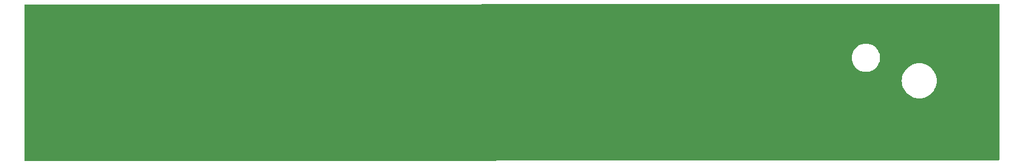
<source format=gbr>
%TF.GenerationSoftware,KiCad,Pcbnew,8.0.2*%
%TF.CreationDate,2024-05-28T12:27:03+02:00*%
%TF.ProjectId,BR_SEMAPHORE,42525f53-454d-4415-9048-4f52452e6b69,rev?*%
%TF.SameCoordinates,Original*%
%TF.FileFunction,Copper,L2,Bot*%
%TF.FilePolarity,Positive*%
%FSLAX46Y46*%
G04 Gerber Fmt 4.6, Leading zero omitted, Abs format (unit mm)*
G04 Created by KiCad (PCBNEW 8.0.2) date 2024-05-28 12:27:03*
%MOMM*%
%LPD*%
G01*
G04 APERTURE LIST*
G04 APERTURE END LIST*
%TA.AperFunction,NonConductor*%
G36*
X222761306Y-82186176D02*
G01*
X222828293Y-82206023D01*
X222873919Y-82258938D01*
X222885000Y-82310175D01*
X222885000Y-105286000D01*
X222865315Y-105353039D01*
X222812511Y-105398794D01*
X222761000Y-105410000D01*
X217296994Y-105410000D01*
X217092315Y-105450880D01*
X217068110Y-105453282D01*
X78108581Y-105544090D01*
X78041529Y-105524449D01*
X77995739Y-105471675D01*
X77984500Y-105420090D01*
X77984500Y-93599000D01*
X208341747Y-93599000D01*
X208360741Y-93913023D01*
X208360741Y-93913028D01*
X208360742Y-93913029D01*
X208417451Y-94222478D01*
X208417452Y-94222482D01*
X208417453Y-94222486D01*
X208511039Y-94522816D01*
X208511043Y-94522827D01*
X208511044Y-94522830D01*
X208511046Y-94522835D01*
X208640163Y-94809721D01*
X208690521Y-94893023D01*
X208802924Y-95078960D01*
X208996942Y-95326605D01*
X209219394Y-95549057D01*
X209467039Y-95743075D01*
X209467044Y-95743078D01*
X209467048Y-95743081D01*
X209736279Y-95905837D01*
X210023165Y-96034954D01*
X210023175Y-96034957D01*
X210023183Y-96034960D01*
X210223403Y-96097350D01*
X210323522Y-96128549D01*
X210632971Y-96185258D01*
X210947000Y-96204253D01*
X211261029Y-96185258D01*
X211570478Y-96128549D01*
X211870835Y-96034954D01*
X212157721Y-95905837D01*
X212426952Y-95743081D01*
X212674602Y-95549060D01*
X212897060Y-95326602D01*
X213091081Y-95078952D01*
X213253837Y-94809721D01*
X213382954Y-94522835D01*
X213476549Y-94222478D01*
X213533258Y-93913029D01*
X213552253Y-93599000D01*
X213533258Y-93284971D01*
X213476549Y-92975522D01*
X213382954Y-92675165D01*
X213253837Y-92388279D01*
X213091081Y-92119048D01*
X213091078Y-92119044D01*
X213091075Y-92119039D01*
X212897057Y-91871394D01*
X212674605Y-91648942D01*
X212426960Y-91454924D01*
X212426952Y-91454919D01*
X212157721Y-91292163D01*
X211870835Y-91163046D01*
X211870830Y-91163044D01*
X211870827Y-91163043D01*
X211870816Y-91163039D01*
X211570486Y-91069453D01*
X211570482Y-91069452D01*
X211570478Y-91069451D01*
X211261029Y-91012742D01*
X211261028Y-91012741D01*
X211261023Y-91012741D01*
X210947000Y-90993747D01*
X210632976Y-91012741D01*
X210632971Y-91012742D01*
X210323522Y-91069451D01*
X210323519Y-91069451D01*
X210323513Y-91069453D01*
X210023183Y-91163039D01*
X210023172Y-91163043D01*
X209736283Y-91292161D01*
X209736281Y-91292162D01*
X209467039Y-91454924D01*
X209219394Y-91648942D01*
X208996942Y-91871394D01*
X208802924Y-92119039D01*
X208640162Y-92388281D01*
X208640161Y-92388283D01*
X208511043Y-92675172D01*
X208511039Y-92675183D01*
X208417453Y-92975513D01*
X208360741Y-93284976D01*
X208341747Y-93599000D01*
X77984500Y-93599000D01*
X77984500Y-90170000D01*
X200916592Y-90170000D01*
X200936201Y-90456680D01*
X200994666Y-90738034D01*
X200994667Y-90738037D01*
X201090894Y-91008793D01*
X201090893Y-91008793D01*
X201223098Y-91263935D01*
X201388812Y-91498700D01*
X201473923Y-91589831D01*
X201584947Y-91708708D01*
X201784920Y-91871398D01*
X201807853Y-91890055D01*
X202053382Y-92039365D01*
X202236813Y-92119039D01*
X202316942Y-92153844D01*
X202593642Y-92231371D01*
X202843920Y-92265771D01*
X202878321Y-92270500D01*
X202878322Y-92270500D01*
X203165679Y-92270500D01*
X203196370Y-92266281D01*
X203450358Y-92231371D01*
X203727058Y-92153844D01*
X203902164Y-92077785D01*
X203990617Y-92039365D01*
X203990620Y-92039363D01*
X203990625Y-92039361D01*
X204236147Y-91890055D01*
X204459053Y-91708708D01*
X204655189Y-91498698D01*
X204820901Y-91263936D01*
X204953104Y-91008797D01*
X205049334Y-90738032D01*
X205107798Y-90456686D01*
X205127408Y-90170000D01*
X205107798Y-89883314D01*
X205049334Y-89601968D01*
X204953105Y-89331206D01*
X204953106Y-89331206D01*
X204820901Y-89076064D01*
X204655187Y-88841299D01*
X204576554Y-88757105D01*
X204459053Y-88631292D01*
X204236147Y-88449945D01*
X204236146Y-88449944D01*
X203990617Y-88300634D01*
X203727063Y-88186158D01*
X203727061Y-88186157D01*
X203727058Y-88186156D01*
X203597578Y-88149877D01*
X203450364Y-88108630D01*
X203450359Y-88108629D01*
X203450358Y-88108629D01*
X203308018Y-88089064D01*
X203165679Y-88069500D01*
X203165678Y-88069500D01*
X202878322Y-88069500D01*
X202878321Y-88069500D01*
X202593642Y-88108629D01*
X202593635Y-88108630D01*
X202385861Y-88166845D01*
X202316942Y-88186156D01*
X202316939Y-88186156D01*
X202316936Y-88186158D01*
X202316935Y-88186158D01*
X202053382Y-88300634D01*
X201807853Y-88449944D01*
X201584950Y-88631289D01*
X201388812Y-88841299D01*
X201223098Y-89076064D01*
X201090894Y-89331206D01*
X200994667Y-89601962D01*
X200994666Y-89601965D01*
X200936201Y-89883319D01*
X200916592Y-90170000D01*
X77984500Y-90170000D01*
X77984500Y-82349517D01*
X78004185Y-82282478D01*
X78056989Y-82236723D01*
X78108440Y-82225517D01*
X212597501Y-82161500D01*
X222761306Y-82186176D01*
G37*
%TD.AperFunction*%
M02*

</source>
